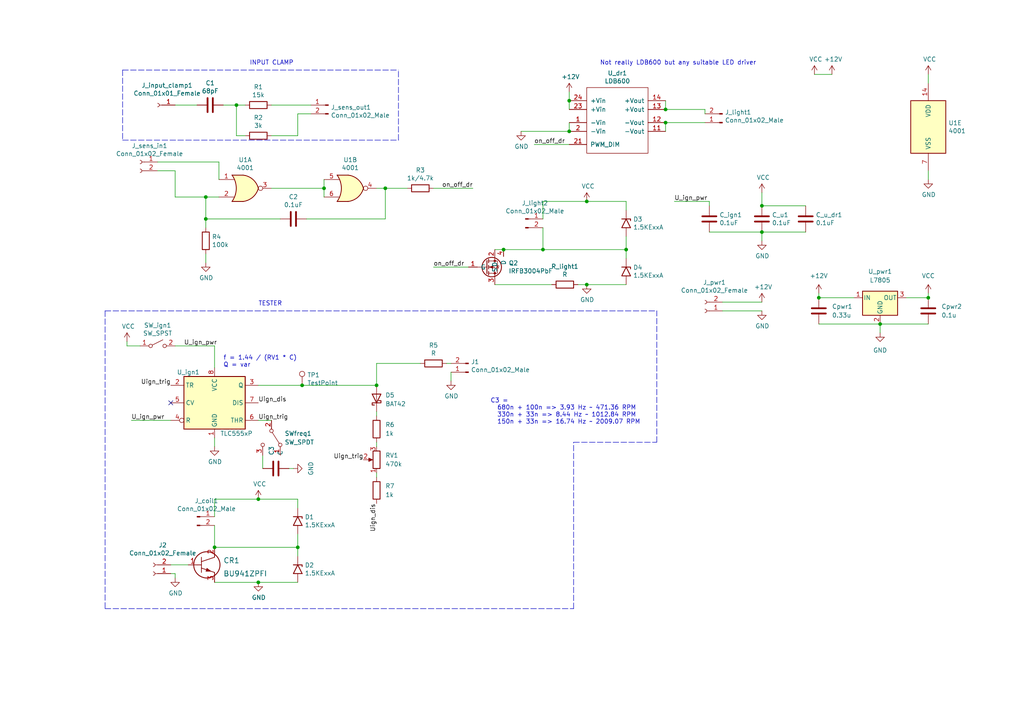
<source format=kicad_sch>
(kicad_sch (version 20211123) (generator eeschema)
  (paper "A4")
  (lib_symbols
    (symbol "2022-09-04_19-09-05:BU941ZPFI" (pin_names (offset 0) hide)
      (property "Reference" "CR" (at 10.16 2.54 0))
      (property "Value" "BU941ZPFI" (at 10.16 -5.08 0))
      (symbol "BU941ZPFI_1_1"
        (polyline (pts (xy 2.54 0) (xy 3.81 0)) (stroke (width 0.2032)))
        (polyline (pts (xy 3.81 -2.2098) (xy 3.81 2.2098)) (stroke (width 0.2032)))
        (polyline (pts (xy 3.81 -0.9398) (xy 7.62 -2.2098)) (stroke (width 0.2032)))
        (polyline (pts (xy 3.81 0.9398) (xy 7.62 2.2098)) (stroke (width 0.2032)))
        (polyline (pts (xy 7.62 -2.54) (xy 7.62 -2.2098)) (stroke (width 0.2032)))
        (polyline (pts (xy 7.62 2.2098) (xy 7.62 2.54)) (stroke (width 0.2032)))
        (polyline (pts (xy 5.3848 -0.9398) (xy 5.08 -1.905) (xy 6.6548 -1.905) (xy 5.3848 -0.9398)) (stroke (width 0.0254)) (fill (type outline)))
        (circle (center 5.3848 0) (radius 3.81) (stroke (width 0.254)))
        (pin unspecified line (at 0 0 0) (length 2.54) (name "B") (number "1"))
        (pin unspecified line (at 7.62 5.08 270) (length 2.54) (name "C") (number "2"))
        (pin unspecified line (at 7.62 -5.08 90) (length 2.54) (name "E") (number "3"))
      )
    )
    (symbol "4xxx:4001" (pin_names (offset 1.016))
      (property "Reference" "U" (at 0 1.27 0))
      (property "Value" "4001" (at 0 -1.27 0))
      (symbol "4001_1_1"
        (arc (start -3.81 -3.81) (mid -2.589 0) (end -3.81 3.81) (stroke (width 0.254)))
        (arc (start -0.6096 -3.81) (mid 2.1842 -2.5851) (end 3.81 0) (stroke (width 0.254)) (fill (type background)))
        (polyline (pts (xy -3.81 -3.81) (xy -0.635 -3.81)) (stroke (width 0.254)) (fill (type background)))
        (polyline (pts (xy -3.81 3.81) (xy -0.635 3.81)) (stroke (width 0.254)) (fill (type background)))
        (polyline (pts (xy -0.635 3.81) (xy -3.81 3.81) (xy -3.81 3.81) (xy -3.556 3.4036) (xy -3.0226 2.2606) (xy -2.6924 1.0414) (xy -2.6162 -0.254) (xy -2.7686 -1.4986) (xy -3.175 -2.7178) (xy -3.81 -3.81) (xy -3.81 -3.81) (xy -0.635 -3.81)) (stroke (width -25.4)) (fill (type background)))
        (arc (start 3.81 0) (mid 2.1915 2.5936) (end -0.6096 3.81) (stroke (width 0.254)) (fill (type background)))
        (pin input line (at -7.62 2.54 0) (length 4.318) (name "~") (number "1"))
        (pin input line (at -7.62 -2.54 0) (length 4.318) (name "~") (number "2"))
        (pin output inverted (at 7.62 0 180) (length 3.81) (name "~") (number "3"))
      )
      (symbol "4001_1_2"
        (arc (start 0 -3.81) (mid 3.81 0) (end 0 3.81) (stroke (width 0.254)) (fill (type background)))
        (polyline (pts (xy 0 3.81) (xy -3.81 3.81) (xy -3.81 -3.81) (xy 0 -3.81)) (stroke (width 0.254)) (fill (type background)))
        (pin input inverted (at -7.62 2.54 0) (length 3.81) (name "~") (number "1"))
        (pin input inverted (at -7.62 -2.54 0) (length 3.81) (name "~") (number "2"))
        (pin output line (at 7.62 0 180) (length 3.81) (name "~") (number "3"))
      )
      (symbol "4001_2_1"
        (arc (start -3.81 -3.81) (mid -2.589 0) (end -3.81 3.81) (stroke (width 0.254)))
        (arc (start -0.6096 -3.81) (mid 2.1842 -2.5851) (end 3.81 0) (stroke (width 0.254)) (fill (type background)))
        (polyline (pts (xy -3.81 -3.81) (xy -0.635 -3.81)) (stroke (width 0.254)) (fill (type background)))
        (polyline (pts (xy -3.81 3.81) (xy -0.635 3.81)) (stroke (width 0.254)) (fill (type background)))
        (polyline (pts (xy -0.635 3.81) (xy -3.81 3.81) (xy -3.81 3.81) (xy -3.556 3.4036) (xy -3.0226 2.2606) (xy -2.6924 1.0414) (xy -2.6162 -0.254) (xy -2.7686 -1.4986) (xy -3.175 -2.7178) (xy -3.81 -3.81) (xy -3.81 -3.81) (xy -0.635 -3.81)) (stroke (width -25.4)) (fill (type background)))
        (arc (start 3.81 0) (mid 2.1915 2.5936) (end -0.6096 3.81) (stroke (width 0.254)) (fill (type background)))
        (pin output inverted (at 7.62 0 180) (length 3.81) (name "~") (number "4"))
        (pin input line (at -7.62 2.54 0) (length 4.318) (name "~") (number "5"))
        (pin input line (at -7.62 -2.54 0) (length 4.318) (name "~") (number "6"))
      )
      (symbol "4001_2_2"
        (arc (start 0 -3.81) (mid 3.81 0) (end 0 3.81) (stroke (width 0.254)) (fill (type background)))
        (polyline (pts (xy 0 3.81) (xy -3.81 3.81) (xy -3.81 -3.81) (xy 0 -3.81)) (stroke (width 0.254)) (fill (type background)))
        (pin output line (at 7.62 0 180) (length 3.81) (name "~") (number "4"))
        (pin input inverted (at -7.62 2.54 0) (length 3.81) (name "~") (number "5"))
        (pin input inverted (at -7.62 -2.54 0) (length 3.81) (name "~") (number "6"))
      )
      (symbol "4001_3_1"
        (arc (start -3.81 -3.81) (mid -2.589 0) (end -3.81 3.81) (stroke (width 0.254)))
        (arc (start -0.6096 -3.81) (mid 2.1842 -2.5851) (end 3.81 0) (stroke (width 0.254)) (fill (type background)))
        (polyline (pts (xy -3.81 -3.81) (xy -0.635 -3.81)) (stroke (width 0.254)) (fill (type background)))
        (polyline (pts (xy -3.81 3.81) (xy -0.635 3.81)) (stroke (width 0.254)) (fill (type background)))
        (polyline (pts (xy -0.635 3.81) (xy -3.81 3.81) (xy -3.81 3.81) (xy -3.556 3.4036) (xy -3.0226 2.2606) (xy -2.6924 1.0414) (xy -2.6162 -0.254) (xy -2.7686 -1.4986) (xy -3.175 -2.7178) (xy -3.81 -3.81) (xy -3.81 -3.81) (xy -0.635 -3.81)) (stroke (width -25.4)) (fill (type background)))
        (arc (start 3.81 0) (mid 2.1915 2.5936) (end -0.6096 3.81) (stroke (width 0.254)) (fill (type background)))
        (pin output inverted (at 7.62 0 180) (length 3.81) (name "~") (number "10"))
        (pin input line (at -7.62 2.54 0) (length 4.318) (name "~") (number "8"))
        (pin input line (at -7.62 -2.54 0) (length 4.318) (name "~") (number "9"))
      )
      (symbol "4001_3_2"
        (arc (start 0 -3.81) (mid 3.81 0) (end 0 3.81) (stroke (width 0.254)) (fill (type background)))
        (polyline (pts (xy 0 3.81) (xy -3.81 3.81) (xy -3.81 -3.81) (xy 0 -3.81)) (stroke (width 0.254)) (fill (type background)))
        (pin output line (at 7.62 0 180) (length 3.81) (name "~") (number "10"))
        (pin input inverted (at -7.62 2.54 0) (length 3.81) (name "~") (number "8"))
        (pin input inverted (at -7.62 -2.54 0) (length 3.81) (name "~") (number "9"))
      )
      (symbol "4001_4_1"
        (arc (start -3.81 -3.81) (mid -2.589 0) (end -3.81 3.81) (stroke (width 0.254)))
        (arc (start -0.6096 -3.81) (mid 2.1842 -2.5851) (end 3.81 0) (stroke (width 0.254)) (fill (type background)))
        (polyline (pts (xy -3.81 -3.81) (xy -0.635 -3.81)) (stroke (width 0.254)) (fill (type background)))
        (polyline (pts (xy -3.81 3.81) (xy -0.635 3.81)) (stroke (width 0.254)) (fill (type background)))
        (polyline (pts (xy -0.635 3.81) (xy -3.81 3.81) (xy -3.81 3.81) (xy -3.556 3.4036) (xy -3.0226 2.2606) (xy -2.6924 1.0414) (xy -2.6162 -0.254) (xy -2.7686 -1.4986) (xy -3.175 -2.7178) (xy -3.81 -3.81) (xy -3.81 -3.81) (xy -0.635 -3.81)) (stroke (width -25.4)) (fill (type background)))
        (arc (start 3.81 0) (mid 2.1915 2.5936) (end -0.6096 3.81) (stroke (width 0.254)) (fill (type background)))
        (pin output inverted (at 7.62 0 180) (length 3.81) (name "~") (number "11"))
        (pin input line (at -7.62 2.54 0) (length 4.318) (name "~") (number "12"))
        (pin input line (at -7.62 -2.54 0) (length 4.318) (name "~") (number "13"))
      )
      (symbol "4001_4_2"
        (arc (start 0 -3.81) (mid 3.81 0) (end 0 3.81) (stroke (width 0.254)) (fill (type background)))
        (polyline (pts (xy 0 3.81) (xy -3.81 3.81) (xy -3.81 -3.81) (xy 0 -3.81)) (stroke (width 0.254)) (fill (type background)))
        (pin output line (at 7.62 0 180) (length 3.81) (name "~") (number "11"))
        (pin input inverted (at -7.62 2.54 0) (length 3.81) (name "~") (number "12"))
        (pin input inverted (at -7.62 -2.54 0) (length 3.81) (name "~") (number "13"))
      )
      (symbol "4001_5_0"
        (pin power_in line (at 0 12.7 270) (length 5.08) (name "VDD") (number "14"))
        (pin power_in line (at 0 -12.7 90) (length 5.08) (name "VSS") (number "7"))
      )
      (symbol "4001_5_1"
        (rectangle (start -5.08 7.62) (end 5.08 -7.62) (stroke (width 0.254)) (fill (type background)))
      )
    )
    (symbol "Connector:Conn_01x01_Female" (pin_names (offset 1.016) hide)
      (property "Reference" "J" (at 0 2.54 0))
      (property "Value" "Conn_01x01_Female" (at 0 -2.54 0))
      (symbol "Conn_01x01_Female_1_1"
        (polyline (pts (xy -1.27 0) (xy -0.508 0)) (stroke (width 0.1524)))
        (arc (start 0 0.508) (mid -0.508 0) (end 0 -0.508) (stroke (width 0.1524)))
        (pin passive line (at -5.08 0 0) (length 3.81) (name "Pin_1") (number "1"))
      )
    )
    (symbol "Connector:Conn_01x02_Female" (pin_names (offset 1.016) hide)
      (property "Reference" "J" (at 0 2.54 0))
      (property "Value" "Conn_01x02_Female" (at 0 -5.08 0))
      (symbol "Conn_01x02_Female_1_1"
        (arc (start 0 -2.032) (mid -0.508 -2.54) (end 0 -3.048) (stroke (width 0.1524)))
        (polyline (pts (xy -1.27 -2.54) (xy -0.508 -2.54)) (stroke (width 0.1524)))
        (polyline (pts (xy -1.27 0) (xy -0.508 0)) (stroke (width 0.1524)))
        (arc (start 0 0.508) (mid -0.508 0) (end 0 -0.508) (stroke (width 0.1524)))
        (pin passive line (at -5.08 0 0) (length 3.81) (name "Pin_1") (number "1"))
        (pin passive line (at -5.08 -2.54 0) (length 3.81) (name "Pin_2") (number "2"))
      )
    )
    (symbol "Connector:Conn_01x02_Male" (pin_names (offset 1.016) hide)
      (property "Reference" "J" (at 0 2.54 0))
      (property "Value" "Conn_01x02_Male" (at 0 -5.08 0))
      (symbol "Conn_01x02_Male_1_1"
        (polyline (pts (xy 1.27 -2.54) (xy 0.8636 -2.54)) (stroke (width 0.1524)))
        (polyline (pts (xy 1.27 0) (xy 0.8636 0)) (stroke (width 0.1524)))
        (rectangle (start 0.8636 -2.413) (end 0 -2.667) (stroke (width 0.1524)) (fill (type outline)))
        (rectangle (start 0.8636 0.127) (end 0 -0.127) (stroke (width 0.1524)) (fill (type outline)))
        (pin passive line (at 5.08 0 180) (length 3.81) (name "Pin_1") (number "1"))
        (pin passive line (at 5.08 -2.54 180) (length 3.81) (name "Pin_2") (number "2"))
      )
    )
    (symbol "Connector:TestPoint" (pin_numbers hide) (pin_names (offset 0.762) hide)
      (property "Reference" "TP" (at 0 6.858 0))
      (property "Value" "TestPoint" (at 0 5.08 0))
      (symbol "TestPoint_0_1"
        (circle (center 0 3.302) (radius 0.762))
      )
      (symbol "TestPoint_1_1"
        (pin passive line (at 0 0 90) (length 2.54) (name "1") (number "1"))
      )
    )
    (symbol "Device:C" (pin_numbers hide) (pin_names (offset 0.254))
      (property "Reference" "C" (at 0.635 2.54 0))
      (property "Value" "C" (at 0.635 -2.54 0))
      (symbol "C_0_1"
        (polyline (pts (xy -2.032 -0.762) (xy 2.032 -0.762)) (stroke (width 0.508)))
        (polyline (pts (xy -2.032 0.762) (xy 2.032 0.762)) (stroke (width 0.508)))
      )
      (symbol "C_1_1"
        (pin passive line (at 0 3.81 270) (length 2.794) (name "~") (number "1"))
        (pin passive line (at 0 -3.81 90) (length 2.794) (name "~") (number "2"))
      )
    )
    (symbol "Device:R" (pin_numbers hide) (pin_names (offset 0))
      (property "Reference" "R" (at 2.032 0 90))
      (property "Value" "R" (at 0 0 90))
      (symbol "R_0_1"
        (rectangle (start -1.016 -2.54) (end 1.016 2.54) (stroke (width 0.254)))
      )
      (symbol "R_1_1"
        (pin passive line (at 0 3.81 270) (length 1.27) (name "~") (number "1"))
        (pin passive line (at 0 -3.81 90) (length 1.27) (name "~") (number "2"))
      )
    )
    (symbol "Device:R_Potentiometer" (pin_names (offset 1.016) hide)
      (property "Reference" "RV" (at -4.445 0 90))
      (property "Value" "R_Potentiometer" (at -2.54 0 90))
      (symbol "R_Potentiometer_0_1"
        (polyline (pts (xy 2.54 0) (xy 1.524 0)))
        (polyline (pts (xy 1.143 0) (xy 2.286 0.508) (xy 2.286 -0.508) (xy 1.143 0)) (fill (type outline)))
        (rectangle (start 1.016 2.54) (end -1.016 -2.54) (stroke (width 0.254)))
      )
      (symbol "R_Potentiometer_1_1"
        (pin passive line (at 0 3.81 270) (length 1.27) (name "1") (number "1"))
        (pin passive line (at 3.81 0 180) (length 1.27) (name "2") (number "2"))
        (pin passive line (at 0 -3.81 90) (length 1.27) (name "3") (number "3"))
      )
    )
    (symbol "Diode:1.5KExxA" (pin_numbers hide) (pin_names (offset 1.016) hide)
      (property "Reference" "D" (at 0 2.54 0))
      (property "Value" "1.5KExxA" (at 0 -2.54 0))
      (symbol "1.5KExxA_0_1"
        (polyline (pts (xy -0.762 1.27) (xy -1.27 1.27) (xy -1.27 -1.27)) (stroke (width 0.254)))
        (polyline (pts (xy 1.27 1.27) (xy 1.27 -1.27) (xy -1.27 0) (xy 1.27 1.27)) (stroke (width 0.254)))
      )
      (symbol "1.5KExxA_1_1"
        (pin passive line (at -3.81 0 0) (length 2.54) (name "A1") (number "1"))
        (pin passive line (at 3.81 0 180) (length 2.54) (name "A2") (number "2"))
      )
    )
    (symbol "Diode:BAT42" (pin_numbers hide) (pin_names (offset 1.016) hide)
      (property "Reference" "D" (at 0 2.54 0))
      (property "Value" "BAT42" (at 0 -2.54 0))
      (symbol "BAT42_0_1"
        (polyline (pts (xy 1.27 0) (xy -1.27 0)))
        (polyline (pts (xy 1.27 1.27) (xy 1.27 -1.27) (xy -1.27 0) (xy 1.27 1.27)) (stroke (width 0.254)))
        (polyline (pts (xy -1.905 0.635) (xy -1.905 1.27) (xy -1.27 1.27) (xy -1.27 -1.27) (xy -0.635 -1.27) (xy -0.635 -0.635)) (stroke (width 0.254)))
      )
      (symbol "BAT42_1_1"
        (pin passive line (at -3.81 0 0) (length 2.54) (name "K") (number "1"))
        (pin passive line (at 3.81 0 180) (length 2.54) (name "A") (number "2"))
      )
    )
    (symbol "Regulator_Linear:L7805" (pin_names (offset 0.254))
      (property "Reference" "U" (at -3.81 3.175 0))
      (property "Value" "L7805" (at 0 3.175 0))
      (symbol "L7805_0_1"
        (rectangle (start -5.08 1.905) (end 5.08 -5.08) (stroke (width 0.254)) (fill (type background)))
      )
      (symbol "L7805_1_1"
        (pin power_in line (at -7.62 0 0) (length 2.54) (name "IN") (number "1"))
        (pin power_in line (at 0 -7.62 90) (length 2.54) (name "GND") (number "2"))
        (pin power_out line (at 7.62 0 180) (length 2.54) (name "OUT") (number "3"))
      )
    )
    (symbol "Switch:SW_SPDT" (pin_names (offset 0) hide)
      (property "Reference" "SW" (at 0 4.318 0))
      (property "Value" "SW_SPDT" (at 0 -5.08 0))
      (symbol "SW_SPDT_0_0"
        (circle (center -2.032 0) (radius 0.508))
        (circle (center 2.032 -2.54) (radius 0.508))
      )
      (symbol "SW_SPDT_0_1"
        (polyline (pts (xy -1.524 0.254) (xy 1.651 2.286)))
        (circle (center 2.032 2.54) (radius 0.508))
      )
      (symbol "SW_SPDT_1_1"
        (pin passive line (at 5.08 2.54 180) (length 2.54) (name "A") (number "1"))
        (pin passive line (at -5.08 0 0) (length 2.54) (name "B") (number "2"))
        (pin passive line (at 5.08 -2.54 180) (length 2.54) (name "C") (number "3"))
      )
    )
    (symbol "Switch:SW_SPST" (pin_names (offset 0) hide)
      (property "Reference" "SW" (at 0 3.175 0))
      (property "Value" "SW_SPST" (at 0 -2.54 0))
      (symbol "SW_SPST_0_0"
        (circle (center -2.032 0) (radius 0.508))
        (polyline (pts (xy -1.524 0.254) (xy 1.524 1.778)))
        (circle (center 2.032 0) (radius 0.508))
      )
      (symbol "SW_SPST_1_1"
        (pin passive line (at -5.08 0 0) (length 2.54) (name "A") (number "1"))
        (pin passive line (at 5.08 0 180) (length 2.54) (name "B") (number "2"))
      )
    )
    (symbol "Timer:TLC555xP"
      (property "Reference" "U" (at -10.16 8.89 0))
      (property "Value" "TLC555xP" (at 2.54 8.89 0))
      (symbol "TLC555xP_0_0"
        (pin power_in line (at 0 -10.16 90) (length 2.54) (name "GND") (number "1"))
        (pin power_in line (at 0 10.16 270) (length 2.54) (name "VCC") (number "8"))
      )
      (symbol "TLC555xP_0_1"
        (rectangle (start -8.89 -7.62) (end 8.89 7.62) (stroke (width 0.254)) (fill (type background)))
        (rectangle (start -8.89 -7.62) (end 8.89 7.62) (stroke (width 0.254)) (fill (type background)))
      )
      (symbol "TLC555xP_1_1"
        (pin input line (at -12.7 5.08 0) (length 3.81) (name "TR") (number "2"))
        (pin output line (at 12.7 5.08 180) (length 3.81) (name "Q") (number "3"))
        (pin input inverted (at -12.7 -5.08 0) (length 3.81) (name "R") (number "4"))
        (pin input line (at -12.7 0 0) (length 3.81) (name "CV") (number "5"))
        (pin input line (at 12.7 -5.08 180) (length 3.81) (name "THR") (number "6"))
        (pin input line (at 12.7 0 180) (length 3.81) (name "DIS") (number "7"))
      )
    )
    (symbol "power:+12V" (power) (pin_names (offset 0))
      (property "Value" "+12V" (at 0 3.556 0))
      (symbol "+12V_0_1"
        (polyline (pts (xy -0.762 1.27) (xy 0 2.54)))
        (polyline (pts (xy 0 0) (xy 0 2.54)))
        (polyline (pts (xy 0 2.54) (xy 0.762 1.27)))
      )
      (symbol "+12V_1_1"
        (pin power_in line (at 0 0 90) (length 0) hide (name "+12V") (number "1"))
      )
    )
    (symbol "power:GND" (power) (pin_names (offset 0))
      (property "Value" "GND" (at 0 -3.81 0))
      (symbol "GND_0_1"
        (polyline (pts (xy 0 0) (xy 0 -1.27) (xy 1.27 -1.27) (xy 0 -2.54) (xy -1.27 -1.27) (xy 0 -1.27)))
      )
      (symbol "GND_1_1"
        (pin power_in line (at 0 0 270) (length 0) hide (name "GND") (number "1"))
      )
    )
    (symbol "power:VCC" (power) (pin_names (offset 0))
      (property "Value" "VCC" (at 0 3.81 0))
      (symbol "VCC_0_1"
        (polyline (pts (xy -0.762 1.27) (xy 0 2.54)))
        (polyline (pts (xy 0 0) (xy 0 2.54)))
        (polyline (pts (xy 0 2.54) (xy 0.762 1.27)))
      )
      (symbol "VCC_1_1"
        (pin power_in line (at 0 0 90) (length 0) hide (name "VCC") (number "1"))
      )
    )
    (symbol "timing-light-rescue:IRFB3004PbF-IRFB3004PbF" (pin_names (offset 1.016))
      (property "Reference" "Q" (at 3.81 1.27 0))
      (property "Value" "IRFB3004PbF-IRFB3004PbF" (at 8.89 -1.27 0))
      (symbol "IRFB3004PbF-IRFB3004PbF_1_1"
        (circle (center -0.889 0) (radius 2.8194) (stroke (width 0.254)))
        (circle (center 0 -1.778) (radius 0.2794) (fill (type outline)))
        (polyline (pts (xy -2.286 0) (xy -5.08 0)))
        (polyline (pts (xy -1.778 -1.778) (xy 0 -1.778)))
        (polyline (pts (xy -1.778 -1.27) (xy -1.778 -2.286)) (stroke (width 0.254)))
        (polyline (pts (xy -1.778 0) (xy 0 0)))
        (polyline (pts (xy -1.778 0.508) (xy -1.778 -0.508)) (stroke (width 0.254)))
        (polyline (pts (xy -1.778 1.778) (xy 0 1.778)))
        (polyline (pts (xy -1.778 2.286) (xy -1.778 1.27)) (stroke (width 0.254)))
        (polyline (pts (xy 0 -1.778) (xy 0 -2.54)))
        (polyline (pts (xy 0 -1.778) (xy 0 0)))
        (polyline (pts (xy 0 2.54) (xy 0 1.778)))
        (polyline (pts (xy -2.286 1.905) (xy -2.286 -1.905) (xy -2.286 -1.905)) (stroke (width 0.254)))
        (polyline (pts (xy -1.524 0) (xy -0.508 0.381) (xy -0.508 -0.381) (xy -1.524 0)) (fill (type outline)))
        (polyline (pts (xy 0 -1.778) (xy 0.762 -1.778) (xy 0.762 1.778) (xy 0 1.778)))
        (polyline (pts (xy 0.254 0.508) (xy 0.381 0.381) (xy 1.143 0.381) (xy 1.27 0.254)))
        (polyline (pts (xy 0.762 0.381) (xy 0.381 -0.254) (xy 1.143 -0.254) (xy 0.762 0.381)))
        (circle (center 0 1.778) (radius 0.2794) (fill (type outline)))
        (pin input line (at -7.62 0 0) (length 2.54) (name "G") (number "1"))
        (pin passive line (at 0 5.08 270) (length 2.54) (name "D") (number "2"))
        (pin passive line (at 0 -5.08 90) (length 2.54) (name "S") (number "3"))
        (pin passive line (at 2.54 5.08 270) (length 2.0066) (name "D") (number "4"))
      )
    )
    (symbol "timing-light-rescue:LDB600-LDB600" (pin_names (offset 1.016))
      (property "Reference" "U" (at 7.62 11.43 0))
      (property "Value" "LDB600-LDB600" (at 6.35 -10.16 0))
      (symbol "LDB600-LDB600_0_1"
        (rectangle (start -8.89 10.16) (end 8.89 -8.89))
      )
      (symbol "LDB600-LDB600_1_1"
        (pin input line (at -13.97 0 0) (length 5.08) (name "-Vin") (number "1"))
        (pin passive line (at 13.97 -2.54 180) (length 5.08) (name "-Vout") (number "11"))
        (pin passive line (at 13.97 0 180) (length 5.08) (name "-Vout") (number "12"))
        (pin passive line (at 13.97 3.81 180) (length 5.08) (name "+Vout") (number "13"))
        (pin passive line (at 13.97 6.35 180) (length 5.08) (name "+Vout") (number "14"))
        (pin input line (at -13.97 -2.54 0) (length 5.08) (name "-Vin") (number "2"))
        (pin input line (at -13.97 -6.35 0) (length 5.08) (name "PWM_DIM") (number "21"))
        (pin input line (at -13.97 3.81 0) (length 5.08) (name "+Vin") (number "23"))
        (pin input line (at -13.97 6.35 0) (length 5.08) (name "+Vin") (number "24"))
      )
    )
  )
  (junction (at 181.61 72.39))
  (junction (at 93.98 54.61))
  (junction (at 170.18 82.55))
  (junction (at 111.76 54.61))
  (junction (at 87.63 111.76))
  (junction (at 220.98 67.31))
  (junction (at 165.1 38.1))
  (junction (at 157.48 72.39))
  (junction (at 255.27 93.98))
  (junction (at 237.49 86.36))
  (junction (at 193.04 35.56))
  (junction (at 269.24 86.36))
  (junction (at 74.93 168.91))
  (junction (at 109.22 111.76))
  (junction (at 86.36 158.75))
  (junction (at 146.05 72.39))
  (junction (at 68.58 30.48))
  (junction (at 193.04 31.75))
  (junction (at 62.23 158.75))
  (junction (at 170.18 58.42))
  (junction (at 59.69 63.5))
  (junction (at 74.93 144.78))
  (junction (at 220.98 59.69))
  (junction (at 59.69 57.15))
  (junction (at 165.1 29.21))
  (no_connect (at 49.53 116.84))
  (wire (pts (xy 143.51 72.39) (xy 146.05 72.39)))
  (wire (pts (xy 137.16 54.61) (xy 125.73 54.61)))
  (wire (pts (xy 241.3 21.59) (xy 236.22 21.59)))
  (wire (pts (xy 130.81 105.41) (xy 129.54 105.41)))
  (wire (pts (xy 76.2 132.08) (xy 76.2 135.89)))
  (wire (pts (xy 204.47 33.02) (xy 204.47 31.75)))
  (polyline (pts (xy 35.56 20.32) (xy 115.57 20.32)))
  (wire (pts (xy 68.58 39.37) (xy 68.58 30.48)))
  (wire (pts (xy 109.22 105.41) (xy 121.92 105.41)))
  (wire (pts (xy 45.72 46.99) (xy 63.5 46.99)))
  (wire (pts (xy 81.28 63.5) (xy 59.69 63.5)))
  (wire (pts (xy 86.36 33.02) (xy 90.17 33.02)))
  (wire (pts (xy 74.93 168.91) (xy 86.36 168.91)))
  (wire (pts (xy 181.61 72.39) (xy 181.61 68.58)))
  (wire (pts (xy 109.22 137.16) (xy 109.22 138.43)))
  (wire (pts (xy 269.24 52.07) (xy 269.24 49.53)))
  (wire (pts (xy 86.36 158.75) (xy 86.36 154.94)))
  (wire (pts (xy 204.47 31.75) (xy 193.04 31.75)))
  (wire (pts (xy 167.64 82.55) (xy 170.18 82.55)))
  (wire (pts (xy 269.24 85.09) (xy 269.24 86.36)))
  (wire (pts (xy 165.1 35.56) (xy 165.1 38.1)))
  (wire (pts (xy 36.83 100.33) (xy 40.64 100.33)))
  (wire (pts (xy 50.8 167.64) (xy 50.8 166.37)))
  (wire (pts (xy 255.27 93.98) (xy 269.24 93.98)))
  (wire (pts (xy 86.36 144.78) (xy 86.36 147.32)))
  (wire (pts (xy 50.8 57.15) (xy 50.8 49.53)))
  (polyline (pts (xy 35.56 40.64) (xy 115.57 40.64)))
  (wire (pts (xy 62.23 152.4) (xy 62.23 158.75)))
  (polyline (pts (xy 30.48 90.17) (xy 30.48 176.53)))
  (polyline (pts (xy 166.37 176.53) (xy 166.37 128.27)))
  (wire (pts (xy 170.18 58.42) (xy 181.61 58.42)))
  (wire (pts (xy 109.22 119.38) (xy 109.22 120.65)))
  (wire (pts (xy 157.48 58.42) (xy 170.18 58.42)))
  (wire (pts (xy 157.48 72.39) (xy 181.61 72.39)))
  (wire (pts (xy 157.48 66.04) (xy 157.48 72.39)))
  (wire (pts (xy 86.36 39.37) (xy 86.36 33.02)))
  (wire (pts (xy 193.04 31.75) (xy 193.04 29.21)))
  (wire (pts (xy 111.76 54.61) (xy 118.11 54.61)))
  (wire (pts (xy 74.93 111.76) (xy 87.63 111.76)))
  (wire (pts (xy 154.94 41.91) (xy 165.1 41.91)))
  (wire (pts (xy 62.23 149.86) (xy 62.23 144.78)))
  (wire (pts (xy 143.51 82.55) (xy 160.02 82.55)))
  (wire (pts (xy 165.1 31.75) (xy 165.1 29.21)))
  (wire (pts (xy 181.61 58.42) (xy 181.61 60.96)))
  (wire (pts (xy 109.22 111.76) (xy 109.22 105.41)))
  (wire (pts (xy 93.98 54.61) (xy 93.98 52.07)))
  (wire (pts (xy 63.5 46.99) (xy 63.5 52.07)))
  (wire (pts (xy 204.47 35.56) (xy 193.04 35.56)))
  (wire (pts (xy 237.49 86.36) (xy 247.65 86.36)))
  (wire (pts (xy 237.49 93.98) (xy 255.27 93.98)))
  (wire (pts (xy 62.23 100.33) (xy 62.23 106.68)))
  (wire (pts (xy 220.98 90.17) (xy 209.55 90.17)))
  (wire (pts (xy 64.77 30.48) (xy 68.58 30.48)))
  (polyline (pts (xy 190.5 128.27) (xy 190.5 90.17)))
  (wire (pts (xy 220.98 69.85) (xy 220.98 67.31)))
  (wire (pts (xy 50.8 57.15) (xy 59.69 57.15)))
  (wire (pts (xy 59.69 57.15) (xy 63.5 57.15)))
  (wire (pts (xy 86.36 161.29) (xy 86.36 158.75)))
  (wire (pts (xy 62.23 129.54) (xy 62.23 127)))
  (wire (pts (xy 220.98 55.88) (xy 220.98 59.69)))
  (wire (pts (xy 165.1 29.21) (xy 165.1 26.67)))
  (wire (pts (xy 83.82 135.89) (xy 85.09 135.89)))
  (wire (pts (xy 195.58 58.42) (xy 205.74 58.42)))
  (wire (pts (xy 50.8 30.48) (xy 57.15 30.48)))
  (wire (pts (xy 50.8 166.37) (xy 49.53 166.37)))
  (wire (pts (xy 93.98 57.15) (xy 93.98 54.61)))
  (wire (pts (xy 255.27 93.98) (xy 255.27 96.52)))
  (wire (pts (xy 78.74 30.48) (xy 90.17 30.48)))
  (wire (pts (xy 74.93 121.92) (xy 78.74 121.92)))
  (wire (pts (xy 209.55 87.63) (xy 220.98 87.63)))
  (wire (pts (xy 220.98 67.31) (xy 205.74 67.31)))
  (wire (pts (xy 88.9 63.5) (xy 111.76 63.5)))
  (wire (pts (xy 125.73 77.47) (xy 135.89 77.47)))
  (wire (pts (xy 62.23 168.91) (xy 74.93 168.91)))
  (polyline (pts (xy 30.48 90.17) (xy 190.5 90.17)))
  (wire (pts (xy 71.12 39.37) (xy 68.58 39.37)))
  (wire (pts (xy 68.58 30.48) (xy 71.12 30.48)))
  (wire (pts (xy 157.48 63.5) (xy 157.48 58.42)))
  (wire (pts (xy 109.22 54.61) (xy 111.76 54.61)))
  (wire (pts (xy 181.61 74.93) (xy 181.61 72.39)))
  (polyline (pts (xy 35.56 20.32) (xy 35.56 40.64)))
  (wire (pts (xy 109.22 128.27) (xy 109.22 129.54)))
  (wire (pts (xy 165.1 38.1) (xy 151.13 38.1)))
  (wire (pts (xy 269.24 21.59) (xy 269.24 24.13)))
  (wire (pts (xy 146.05 72.39) (xy 157.48 72.39)))
  (wire (pts (xy 170.18 82.55) (xy 181.61 82.55)))
  (polyline (pts (xy 30.48 176.53) (xy 166.37 176.53)))
  (wire (pts (xy 36.83 99.06) (xy 36.83 100.33)))
  (wire (pts (xy 193.04 38.1) (xy 193.04 35.56)))
  (wire (pts (xy 78.74 54.61) (xy 93.98 54.61)))
  (wire (pts (xy 87.63 111.76) (xy 109.22 111.76)))
  (wire (pts (xy 74.93 144.78) (xy 86.36 144.78)))
  (wire (pts (xy 62.23 158.75) (xy 86.36 158.75)))
  (wire (pts (xy 59.69 63.5) (xy 59.69 57.15)))
  (wire (pts (xy 205.74 58.42) (xy 205.74 59.69)))
  (wire (pts (xy 49.53 163.83) (xy 54.61 163.83)))
  (wire (pts (xy 38.1 121.92) (xy 49.53 121.92)))
  (wire (pts (xy 59.69 66.04) (xy 59.69 63.5)))
  (wire (pts (xy 220.98 59.69) (xy 233.68 59.69)))
  (polyline (pts (xy 166.37 128.27) (xy 190.5 128.27)))
  (wire (pts (xy 50.8 100.33) (xy 62.23 100.33)))
  (wire (pts (xy 111.76 63.5) (xy 111.76 54.61)))
  (wire (pts (xy 78.74 39.37) (xy 86.36 39.37)))
  (wire (pts (xy 237.49 85.09) (xy 237.49 86.36)))
  (wire (pts (xy 269.24 86.36) (xy 262.89 86.36)))
  (wire (pts (xy 130.81 110.49) (xy 130.81 107.95)))
  (polyline (pts (xy 115.57 40.64) (xy 115.57 20.32)))
  (wire (pts (xy 50.8 49.53) (xy 45.72 49.53)))
  (wire (pts (xy 62.23 144.78) (xy 74.93 144.78)))
  (wire (pts (xy 220.98 67.31) (xy 233.68 67.31)))
  (wire (pts (xy 59.69 76.2) (xy 59.69 73.66)))
  (text "f = 1.44 / (RV1 * C)\nQ = var" (at 64.77 106.68 0) (effects (font (size 1.27 1.27)) (justify left bottom)))
  (text "INPUT CLAMP" (at 72.39 19.05 0) (effects (font (size 1.27 1.27)) (justify left bottom)))
  (text "Not really LDB600 but any suitable LED driver" (at 173.99 19.05 0) (effects (font (size 1.27 1.27)) (justify left bottom)))
  (text "C3 = \n  680n + 100n => 3.93 Hz ~ 471.36 RPM\n  330n + 33n => 8.44 Hz ~ 1012.84 RPM\n  150n + 33n => 16.74 Hz ~ 2009.07 RPM" (at 142.24 123.19 0) (effects (font (size 1.27 1.27)) (justify left bottom)))
  (text "TESTER" (at 74.93 88.9 0) (effects (font (size 1.27 1.27)) (justify left bottom)))
  (label "U_ign_pwr" (at 38.1 121.92 0))
  (label "U_ign_pwr" (at 53.34 100.33 0))
  (label "on_off_dr" (at 154.94 41.91 0))
  (label "on_off_dr" (at 137.16 54.61 180))
  (label "Uign_dis" (at 109.22 146.05 270))
  (label "on_off_dr" (at 125.73 77.47 0))
  (label "Uign_dis" (at 74.93 116.84 0))
  (label "Uign_trig" (at 74.93 121.92 0))
  (label "Uign_trig" (at 105.41 133.35 180))
  (label "Uign_trig" (at 49.53 111.76 180))
  (label "U_ign_pwr" (at 195.58 58.42 0))
  (symbol (lib_id "Timer:TLC555xP") (at 62.23 116.84 0) (unit 1)
    (property "Reference" "U_ign1" (at 54.61 107.95 0))
    (property "Value" "TLC555xP" (at 68.58 125.73 0))
    (property "Footprint" "Package_DIP:DIP-8_W7.62mm" (effects hide))
    (property "Datasheet" "http://www.ti.com/lit/ds/symlink/tlc555.pdf" (effects hide))
  )
  (symbol (lib_id "timing-light-rescue:LDB600-LDB600") (at 179.07 35.56 0) (unit 1)
    (property "Reference" "U_dr1" (at 179.07 21.209 0))
    (property "Value" "LDB600" (at 179.07 23.5204 0))
    (property "Footprint" "MY_LIB:MEANWELL_LDB-350L" (effects hide))
  )
  (symbol (lib_id "4xxx:4001") (at 71.12 54.61 0) (unit 1)
    (property "Reference" "U1" (at 71.12 46.355 0))
    (property "Value" "4001" (at 71.12 48.6664 0))
    (property "Footprint" "Package_DIP:DIP-14_W7.62mm_Socket" (effects hide))
    (property "Datasheet" "http://www.intersil.com/content/dam/Intersil/documents/cd40/cd4000bms-01bms-02bms-25bms.pdf" (effects hide))
  )
  (symbol (lib_id "4xxx:4001") (at 101.6 54.61 0) (unit 2)
    (property "Reference" "U1" (at 101.6 46.355 0))
    (property "Value" "4001" (at 101.6 48.6664 0))
    (property "Footprint" "Package_DIP:DIP-14_W7.62mm_Socket" (effects hide))
    (property "Datasheet" "http://www.intersil.com/content/dam/Intersil/documents/cd40/cd4000bms-01bms-02bms-25bms.pdf" (effects hide))
  )
  (symbol (lib_id "Device:C") (at 85.09 63.5 90) (unit 1)
    (property "Reference" "C2" (at 85.09 57.0992 90))
    (property "Value" "0.1uF" (at 85.09 59.4106 90))
    (property "Footprint" "Capacitor_THT:C_Disc_D3.8mm_W2.6mm_P2.50mm" (effects hide))
  )
  (symbol (lib_id "Device:R") (at 59.69 69.85 180) (unit 1)
    (property "Reference" "R4" (at 61.468 68.6816 0) (effects (justify right)))
    (property "Value" "100k" (at 61.468 70.993 0) (effects (justify right)))
    (property "Footprint" "Resistor_THT:R_Axial_DIN0204_L3.6mm_D1.6mm_P5.08mm_Horizontal" (effects hide))
  )
  (symbol (lib_id "power:GND") (at 59.69 76.2 0) (unit 1)
    (property "Reference" "#PWR0101" (effects hide))
    (property "Value" "GND" (at 59.817 80.5942 0))
  )
  (symbol (lib_id "Device:R") (at 121.92 54.61 270) (unit 1)
    (property "Reference" "R3" (at 121.92 49.3522 90))
    (property "Value" "1k/4.7k" (at 121.92 51.6636 90))
    (property "Footprint" "Resistor_THT:R_Axial_DIN0204_L3.6mm_D1.6mm_P5.08mm_Horizontal" (effects hide))
  )
  (symbol (lib_id "Device:C") (at 60.96 30.48 270) (unit 1)
    (property "Reference" "C1" (at 60.96 24.0792 90))
    (property "Value" "68pF" (at 60.96 26.3906 90))
    (property "Footprint" "Capacitor_THT:C_Disc_D3.8mm_W2.6mm_P2.50mm" (effects hide))
  )
  (symbol (lib_id "Device:R") (at 74.93 30.48 270) (unit 1)
    (property "Reference" "R1" (at 74.93 25.2222 90))
    (property "Value" "15k" (at 74.93 27.5336 90))
    (property "Footprint" "Resistor_THT:R_Axial_DIN0204_L3.6mm_D1.6mm_P5.08mm_Horizontal" (effects hide))
  )
  (symbol (lib_id "Device:R") (at 74.93 39.37 270) (unit 1)
    (property "Reference" "R2" (at 74.93 34.1122 90))
    (property "Value" "3k" (at 74.93 36.4236 90))
    (property "Footprint" "Resistor_THT:R_Axial_DIN0204_L3.6mm_D1.6mm_P5.08mm_Horizontal" (effects hide))
  )
  (symbol (lib_id "Connector:Conn_01x01_Female") (at 45.72 30.48 180) (unit 1)
    (property "Reference" "J_input_clamp1" (at 48.4632 24.765 0))
    (property "Value" "Conn_01x01_Female" (at 48.4632 27.0764 0))
    (property "Footprint" "Connector_Wire:SolderWire-0.75sqmm_1x01_D1.25mm_OD3.5mm" (effects hide))
  )
  (symbol (lib_id "4xxx:4001") (at 269.24 36.83 0) (unit 5)
    (property "Reference" "U1" (at 275.082 35.6616 0) (effects (justify left)))
    (property "Value" "4001" (at 275.082 37.973 0) (effects (justify left)))
    (property "Footprint" "Package_DIP:DIP-14_W7.62mm_Socket" (effects hide))
    (property "Datasheet" "http://www.intersil.com/content/dam/Intersil/documents/cd40/cd4000bms-01bms-02bms-25bms.pdf" (effects hide))
  )
  (symbol (lib_id "power:VCC") (at 269.24 21.59 0) (unit 1)
    (property "Reference" "#PWR0102" (effects hide))
    (property "Value" "VCC" (at 269.621 17.1958 0))
  )
  (symbol (lib_id "power:GND") (at 269.24 52.07 0) (unit 1)
    (property "Reference" "#PWR0103" (effects hide))
    (property "Value" "GND" (at 269.367 56.4642 0))
  )
  (symbol (lib_id "power:VCC") (at 36.83 99.06 0) (unit 1)
    (property "Reference" "#PWR0105" (effects hide))
    (property "Value" "VCC" (at 37.211 94.6658 0))
  )
  (symbol (lib_id "power:GND") (at 62.23 129.54 0) (unit 1)
    (property "Reference" "#PWR0106" (effects hide))
    (property "Value" "GND" (at 62.357 133.9342 0))
  )
  (symbol (lib_id "Device:R") (at 125.73 105.41 270) (unit 1)
    (property "Reference" "R5" (at 125.73 100.1522 90))
    (property "Value" "R" (at 125.73 102.4636 90))
    (property "Footprint" "Resistor_THT:R_Axial_DIN0204_L3.6mm_D1.6mm_P5.08mm_Horizontal" (effects hide))
  )
  (symbol (lib_id "Diode:1.5KExxA") (at 86.36 165.1 270) (unit 1)
    (property "Reference" "D2" (at 88.392 163.9316 90) (effects (justify left)))
    (property "Value" "1.5KExxA" (at 88.392 166.243 90) (effects (justify left)))
    (property "Footprint" "Diode_THT:D_DO-201AE_P15.24mm_Horizontal" (effects hide))
    (property "Datasheet" "https://www.vishay.com/docs/88301/15ke.pdf" (effects hide))
  )
  (symbol (lib_id "Diode:1.5KExxA") (at 86.36 151.13 270) (unit 1)
    (property "Reference" "D1" (at 88.392 149.9616 90) (effects (justify left)))
    (property "Value" "1.5KExxA" (at 88.392 152.273 90) (effects (justify left)))
    (property "Footprint" "Diode_THT:D_DO-201AE_P15.24mm_Horizontal" (effects hide))
    (property "Datasheet" "https://www.vishay.com/docs/88301/15ke.pdf" (effects hide))
  )
  (symbol (lib_id "power:GND") (at 74.93 168.91 0) (unit 1)
    (property "Reference" "#PWR0107" (effects hide))
    (property "Value" "GND" (at 75.057 173.3042 0))
  )
  (symbol (lib_id "power:VCC") (at 74.93 144.78 0) (unit 1)
    (property "Reference" "#PWR0108" (effects hide))
    (property "Value" "VCC" (at 75.311 140.3858 0))
  )
  (symbol (lib_id "power:VCC") (at 236.22 21.59 0) (unit 1)
    (property "Reference" "#PWR0109" (effects hide))
    (property "Value" "VCC" (at 236.601 17.1958 0))
  )
  (symbol (lib_id "power:+12V") (at 241.3 21.59 0) (unit 1)
    (property "Reference" "#PWR0110" (effects hide))
    (property "Value" "+12V" (at 241.681 17.1958 0))
  )
  (symbol (lib_id "power:GND") (at 151.13 38.1 0) (unit 1)
    (property "Reference" "#PWR0112" (effects hide))
    (property "Value" "GND" (at 151.257 42.4942 0))
  )
  (symbol (lib_id "Connector:Conn_01x02_Male") (at 57.15 149.86 0) (unit 1)
    (property "Reference" "J_coil1" (at 59.8932 145.2626 0))
    (property "Value" "Conn_01x02_Male" (at 59.8932 147.574 0))
    (property "Footprint" "Connector_Wire:SolderWire-0.75sqmm_1x02_P7mm_D1.25mm_OD3.5mm" (effects hide))
  )
  (symbol (lib_id "Connector:Conn_01x02_Male") (at 209.55 35.56 180) (unit 1)
    (property "Reference" "J_light1" (at 210.2612 32.5628 0) (effects (justify right)))
    (property "Value" "Conn_01x02_Male" (at 210.2612 34.8742 0) (effects (justify right)))
    (property "Footprint" "Connector_Wire:SolderWire-0.75sqmm_1x02_P7mm_D1.25mm_OD3.5mm" (effects hide))
  )
  (symbol (lib_id "Switch:SW_SPST") (at 45.72 100.33 0) (unit 1)
    (property "Reference" "SW_ign1" (at 45.72 94.361 0))
    (property "Value" "SW_SPST" (at 45.72 96.6724 0))
    (property "Footprint" "Connector_Wire:SolderWire-0.75sqmm_1x02_P7mm_D1.25mm_OD3.5mm" (effects hide))
  )
  (symbol (lib_id "Connector:Conn_01x02_Male") (at 135.89 107.95 180) (unit 1)
    (property "Reference" "J1" (at 136.6012 104.9528 0) (effects (justify right)))
    (property "Value" "Conn_01x02_Male" (at 136.6012 107.2642 0) (effects (justify right)))
    (property "Footprint" "Connector_Wire:SolderWire-0.75sqmm_1x02_P7mm_D1.25mm_OD3.5mm" (effects hide))
  )
  (symbol (lib_id "power:GND") (at 130.81 110.49 0) (unit 1)
    (property "Reference" "#PWR0113" (effects hide))
    (property "Value" "GND" (at 130.937 114.8842 0))
  )
  (symbol (lib_id "Connector:Conn_01x02_Female") (at 44.45 166.37 180) (unit 1)
    (property "Reference" "J2" (at 47.1932 158.115 0))
    (property "Value" "Conn_01x02_Female" (at 47.1932 160.4264 0))
    (property "Footprint" "Connector_Wire:SolderWire-0.75sqmm_1x02_P7mm_D1.25mm_OD3.5mm" (effects hide))
  )
  (symbol (lib_id "power:GND") (at 50.8 167.64 0) (unit 1)
    (property "Reference" "#PWR0114" (effects hide))
    (property "Value" "GND" (at 50.927 172.0342 0))
  )
  (symbol (lib_id "timing-light-rescue:IRFB3004PbF-IRFB3004PbF") (at 143.51 77.47 0) (unit 1)
    (property "Reference" "Q2" (at 147.5232 76.3016 0) (effects (justify left)))
    (property "Value" "IRFB3004PbF" (at 147.5232 78.613 0) (effects (justify left)))
    (property "Footprint" "MY_LIB:TO-220-3-4_Horizontal_TabDown" (effects hide))
  )
  (symbol (lib_id "Diode:1.5KExxA") (at 181.61 78.74 270) (unit 1)
    (property "Reference" "D4" (at 183.642 77.5716 90) (effects (justify left)))
    (property "Value" "1.5KExxA" (at 183.642 79.883 90) (effects (justify left)))
    (property "Footprint" "Diode_THT:D_DO-201AE_P15.24mm_Horizontal" (effects hide))
    (property "Datasheet" "https://www.vishay.com/docs/88301/15ke.pdf" (effects hide))
  )
  (symbol (lib_id "Diode:1.5KExxA") (at 181.61 64.77 270) (unit 1)
    (property "Reference" "D3" (at 183.642 63.6016 90) (effects (justify left)))
    (property "Value" "1.5KExxA" (at 183.642 65.913 90) (effects (justify left)))
    (property "Footprint" "Diode_THT:D_DO-201AE_P15.24mm_Horizontal" (effects hide))
    (property "Datasheet" "https://www.vishay.com/docs/88301/15ke.pdf" (effects hide))
  )
  (symbol (lib_id "power:GND") (at 170.18 82.55 0) (unit 1)
    (property "Reference" "#PWR0119" (effects hide))
    (property "Value" "GND" (at 170.307 86.9442 0))
  )
  (symbol (lib_id "power:VCC") (at 170.18 58.42 0) (unit 1)
    (property "Reference" "#PWR0120" (effects hide))
    (property "Value" "VCC" (at 170.561 54.0258 0))
  )
  (symbol (lib_id "Connector:Conn_01x02_Male") (at 152.4 63.5 0) (unit 1)
    (property "Reference" "J_light2" (at 155.1432 58.9026 0))
    (property "Value" "Conn_01x02_Male" (at 155.1432 61.214 0))
    (property "Footprint" "Connector_Wire:SolderWire-0.75sqmm_1x02_P7mm_D1.25mm_OD3.5mm" (effects hide))
  )
  (symbol (lib_id "Device:C") (at 205.74 63.5 0) (unit 1)
    (property "Reference" "C_ign1" (at 208.661 62.3316 0) (effects (justify left)))
    (property "Value" "0.1uF" (at 208.661 64.643 0) (effects (justify left)))
    (property "Footprint" "Capacitor_THT:C_Disc_D3.8mm_W2.6mm_P2.50mm" (effects hide))
  )
  (symbol (lib_id "Device:C") (at 220.98 63.5 0) (unit 1)
    (property "Reference" "C_u1" (at 223.901 62.3316 0) (effects (justify left)))
    (property "Value" "0.1uF" (at 223.901 64.643 0) (effects (justify left)))
    (property "Footprint" "Capacitor_THT:C_Disc_D3.8mm_W2.6mm_P2.50mm" (effects hide))
  )
  (symbol (lib_id "Device:C") (at 233.68 63.5 0) (unit 1)
    (property "Reference" "C_u_dr1" (at 236.601 62.3316 0) (effects (justify left)))
    (property "Value" "0.1uF" (at 236.601 64.643 0) (effects (justify left)))
    (property "Footprint" "Capacitor_THT:C_Disc_D3.8mm_W2.6mm_P2.50mm" (effects hide))
  )
  (symbol (lib_id "power:VCC") (at 220.98 55.88 0) (unit 1)
    (property "Reference" "#PWR0115" (effects hide))
    (property "Value" "VCC" (at 221.361 51.4858 0))
  )
  (symbol (lib_id "power:GND") (at 220.98 69.85 0) (unit 1)
    (property "Reference" "#PWR0116" (effects hide))
    (property "Value" "GND" (at 221.107 74.2442 0))
  )
  (symbol (lib_id "Connector:TestPoint") (at 87.63 111.76 0) (unit 1)
    (property "Reference" "TP1" (at 89.1032 108.7628 0) (effects (justify left)))
    (property "Value" "TestPoint" (at 89.1032 111.0742 0) (effects (justify left)))
    (property "Footprint" "Connector_Wire:SolderWire-0.75sqmm_1x01_D1.25mm_OD2.3mm" (effects hide))
  )
  (symbol (lib_id "Device:R") (at 163.83 82.55 90) (unit 1)
    (property "Reference" "R_light1" (at 163.83 77.2922 90))
    (property "Value" "R" (at 163.83 79.6036 90))
    (property "Footprint" "Resistor_THT:R_Axial_DIN0204_L3.6mm_D1.6mm_P5.08mm_Horizontal" (effects hide))
  )
  (symbol (lib_id "Connector:Conn_01x02_Female") (at 204.47 90.17 180) (unit 1)
    (property "Reference" "J_pwr1" (at 207.2132 81.915 0))
    (property "Value" "Conn_01x02_Female" (at 207.2132 84.2264 0))
    (property "Footprint" "Connector_Wire:SolderWire-0.75sqmm_1x02_P7mm_D1.25mm_OD3.5mm" (effects hide))
  )
  (symbol (lib_id "power:+12V") (at 220.98 87.63 0) (unit 1)
    (property "Reference" "#PWR0117" (effects hide))
    (property "Value" "+12V" (at 221.361 83.2358 0))
  )
  (symbol (lib_id "power:GND") (at 220.98 90.17 0) (unit 1)
    (property "Reference" "#PWR0118" (effects hide))
    (property "Value" "GND" (at 221.107 94.5642 0))
  )
  (symbol (lib_id "Connector:Conn_01x02_Female") (at 40.64 46.99 0) (mirror y) (unit 1)
    (property "Reference" "J_sens_in1" (at 43.3832 42.291 0))
    (property "Value" "Conn_01x02_Female" (at 43.3832 44.6024 0))
    (property "Footprint" "Connector_Wire:SolderWire-0.75sqmm_1x02_P7mm_D1.25mm_OD3.5mm" (effects hide))
  )
  (symbol (lib_id "Connector:Conn_01x02_Male") (at 95.25 30.48 0) (mirror y) (unit 1)
    (property "Reference" "J_sens_out1" (at 95.9612 31.1404 0) (effects (justify right)))
    (property "Value" "Conn_01x02_Male" (at 95.9612 33.4518 0) (effects (justify right)))
    (property "Footprint" "Connector_Wire:SolderWire-0.75sqmm_1x02_P7mm_D1.25mm_OD3.5mm" (effects hide))
  )
  (symbol (lib_id "power:+12V") (at 237.49 85.09 0) (unit 1)
    (property "Reference" "#PWR0111" (effects hide))
    (property "Value" "+12V" (at 237.49 80.01 0))
  )
  (symbol (lib_id "Device:R") (at 109.22 142.24 0) (unit 1)
    (property "Reference" "R7" (at 111.76 140.9699 0) (effects (justify left)))
    (property "Value" "1k" (at 111.76 143.5099 0) (effects (justify left)))
    (property "Footprint" "Resistor_THT:R_Axial_DIN0204_L3.6mm_D1.6mm_P5.08mm_Horizontal" (effects hide))
  )
  (symbol (lib_id "power:VCC") (at 269.24 85.09 0) (unit 1)
    (property "Reference" "#PWR0123" (effects hide))
    (property "Value" "VCC" (at 269.24 80.01 0))
  )
  (symbol (lib_id "power:+12V") (at 165.1 26.67 0) (unit 1)
    (property "Reference" "#PWR0104" (effects hide))
    (property "Value" "+12V" (at 165.481 22.2758 0))
  )
  (symbol (lib_id "power:GND") (at 85.09 135.89 90) (unit 1)
    (property "Reference" "#PWR0121" (effects hide))
    (property "Value" "GND" (at 90.17 135.89 0))
  )
  (symbol (lib_id "Diode:BAT42") (at 109.22 115.57 90) (unit 1)
    (property "Reference" "D5" (at 111.76 114.6174 90) (effects (justify right)))
    (property "Value" "BAT42" (at 111.76 117.1574 90) (effects (justify right)))
    (property "Footprint" "Diode_THT:D_DO-35_SOD27_P7.62mm_Horizontal" (effects hide))
    (property "Datasheet" "http://www.vishay.com/docs/85660/bat42.pdf" (effects hide))
  )
  (symbol (lib_id "Switch:SW_SPDT") (at 78.74 127 270) (unit 1)
    (property "Reference" "SWfreq1" (at 82.55 125.7299 90) (effects (justify left)))
    (property "Value" "SW_SPDT" (at 82.55 128.2699 90) (effects (justify left)))
    (property "Footprint" "Connector_Wire:SolderWire-0.15sqmm_1x03_P4mm_D0.5mm_OD1.5mm" (effects hide))
  )
  (symbol (lib_id "power:GND") (at 255.27 96.52 0) (unit 1)
    (property "Reference" "#PWR0122" (effects hide))
    (property "Value" "GND" (at 255.27 101.6 0))
  )
  (symbol (lib_id "Device:R_Potentiometer") (at 109.22 133.35 180) (unit 1)
    (property "Reference" "RV1" (at 111.76 132.0799 0) (effects (justify right)))
    (property "Value" "470k" (at 111.76 134.6199 0) (effects (justify right)))
    (property "Footprint" "Connector_Wire:SolderWire-0.15sqmm_1x03_P4mm_D0.5mm_OD1.5mm" (effects hide))
  )
  (symbol (lib_id "2022-09-04_19-09-05:BU941ZPFI") (at 54.61 163.83 0) (unit 1)
    (property "Reference" "CR1" (at 64.77 162.56 0) (effects (font (size 1.524 1.524)) (justify left)))
    (property "Value" "BU941ZPFI" (at 64.77 166.37 0) (effects (font (size 1.524 1.524)) (justify left)))
    (property "Footprint" "LIB:BU941ZPFI" (effects hide))
  )
  (symbol (lib_id "Device:C") (at 237.49 90.17 0) (unit 1)
    (property "Reference" "Cpwr1" (at 241.3 88.8999 0) (effects (justify left)))
    (property "Value" "0.33u" (at 241.3 91.4399 0) (effects (justify left)))
  )
  (symbol (lib_id "Device:R") (at 109.22 124.46 0) (unit 1)
    (property "Reference" "R6" (at 111.76 123.1899 0) (effects (justify left)))
    (property "Value" "1k" (at 111.76 125.7299 0) (effects (justify left)))
    (property "Footprint" "Resistor_THT:R_Axial_DIN0204_L3.6mm_D1.6mm_P5.08mm_Horizontal" (effects hide))
  )
  (symbol (lib_id "Device:C") (at 269.24 90.17 0) (unit 1)
    (property "Reference" "Cpwr2" (at 273.05 88.8999 0) (effects (justify left)))
    (property "Value" "0.1u" (at 273.05 91.4399 0) (effects (justify left)))
  )
  (symbol (lib_id "Device:C") (at 80.01 135.89 90) (unit 1)
    (property "Reference" "C3" (at 78.7399 132.08 0) (effects (justify left)))
    (property "Value" "C" (at 81.2799 132.08 0) (effects (justify left)))
  )
  (symbol (lib_id "Regulator_Linear:L7805") (at 255.27 86.36 0) (unit 1)
    (property "Reference" "U_pwr1" (at 255.27 78.74 0))
    (property "Value" "L7805" (at 255.27 81.28 0))
    (property "Datasheet" "http://www.st.com/content/ccc/resource/technical/document/datasheet/41/4f/b3/b0/12/d4/47/88/CD00000444.pdf/files/CD00000444.pdf/jcr:content/translations/en.CD00000444.pdf" (effects hide))
  )
)
</source>
